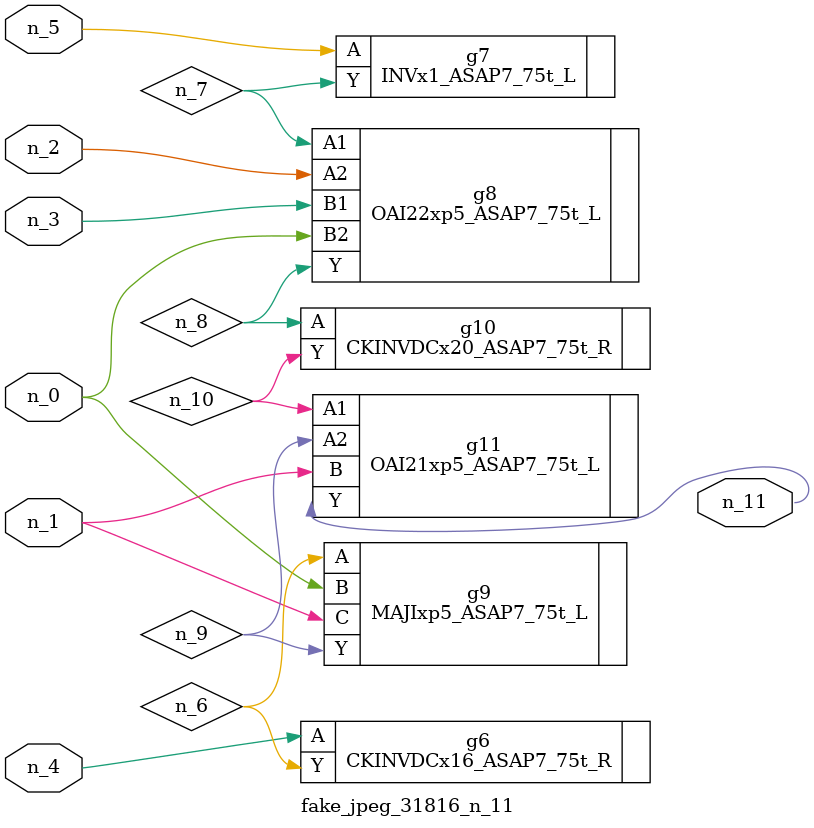
<source format=v>
module fake_jpeg_31816_n_11 (n_3, n_2, n_1, n_0, n_4, n_5, n_11);

input n_3;
input n_2;
input n_1;
input n_0;
input n_4;
input n_5;

output n_11;

wire n_10;
wire n_8;
wire n_9;
wire n_6;
wire n_7;

CKINVDCx16_ASAP7_75t_R g6 ( 
.A(n_4),
.Y(n_6)
);

INVx1_ASAP7_75t_L g7 ( 
.A(n_5),
.Y(n_7)
);

OAI22xp5_ASAP7_75t_L g8 ( 
.A1(n_7),
.A2(n_2),
.B1(n_3),
.B2(n_0),
.Y(n_8)
);

CKINVDCx20_ASAP7_75t_R g10 ( 
.A(n_8),
.Y(n_10)
);

MAJIxp5_ASAP7_75t_L g9 ( 
.A(n_6),
.B(n_0),
.C(n_1),
.Y(n_9)
);

OAI21xp5_ASAP7_75t_L g11 ( 
.A1(n_10),
.A2(n_9),
.B(n_1),
.Y(n_11)
);


endmodule
</source>
